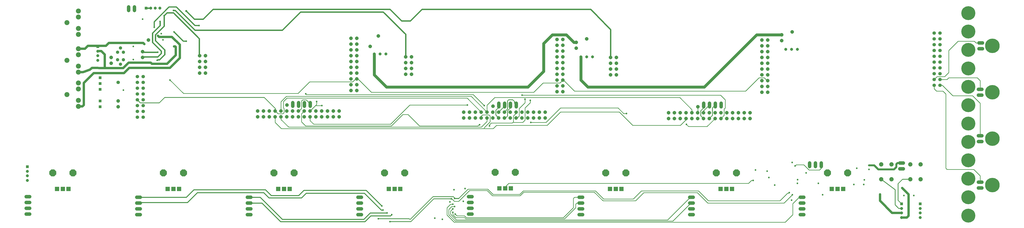
<source format=gbr>
G04 EAGLE Gerber RS-274X export*
G75*
%MOMM*%
%FSLAX34Y34*%
%LPD*%
%INBottom Copper*%
%IPPOS*%
%AMOC8*
5,1,8,0,0,1.08239X$1,22.5*%
G01*
%ADD10P,1.649562X8X112.500000*%
%ADD11P,1.649562X8X22.500000*%
%ADD12R,1.308000X1.308000*%
%ADD13P,1.429621X8X202.500000*%
%ADD14P,1.429621X8X22.500000*%
%ADD15C,1.524000*%
%ADD16C,1.308000*%
%ADD17P,1.649562X8X202.500000*%
%ADD18C,1.508000*%
%ADD19R,1.879600X1.879600*%
%ADD20P,3.247170X8X292.500000*%
%ADD21C,2.184400*%
%ADD22C,1.879600*%
%ADD23C,1.500000*%
%ADD24C,0.756400*%
%ADD25C,0.609600*%
%ADD26C,0.254000*%
%ADD27C,0.304800*%
%ADD28C,1.270000*%
%ADD29C,0.406400*%
%ADD30C,0.956400*%
%ADD31C,0.812800*%
%ADD32C,0.508000*%
%ADD33C,1.016000*%
%ADD34C,6.096000*%
%ADD35C,6.350000*%


D10*
X850900Y665480D03*
X825500Y665480D03*
X850900Y690880D03*
X825500Y690880D03*
X850900Y716280D03*
X825500Y716280D03*
X850900Y741680D03*
X825500Y741680D03*
X1750060Y660400D03*
X1724660Y660400D03*
X1750060Y685800D03*
X1724660Y685800D03*
X1750060Y711200D03*
X1724660Y711200D03*
X1750060Y736600D03*
X1724660Y736600D03*
X2644140Y657860D03*
X2618740Y657860D03*
X2644140Y683260D03*
X2618740Y683260D03*
X2644140Y708660D03*
X2618740Y708660D03*
X2644140Y734060D03*
X2618740Y734060D03*
X1511300Y589280D03*
X1485900Y589280D03*
X1511300Y614680D03*
X1485900Y614680D03*
X1511300Y640080D03*
X1485900Y640080D03*
X1511300Y665480D03*
X1485900Y665480D03*
X1511300Y690880D03*
X1485900Y690880D03*
X1511300Y716280D03*
X1485900Y716280D03*
X1511300Y741680D03*
X1485900Y741680D03*
X1511300Y767080D03*
X1485900Y767080D03*
X1511300Y792480D03*
X1485900Y792480D03*
X1511300Y817880D03*
X1485900Y817880D03*
X2410460Y584200D03*
X2385060Y584200D03*
X2410460Y609600D03*
X2385060Y609600D03*
X2410460Y635000D03*
X2385060Y635000D03*
X2410460Y660400D03*
X2385060Y660400D03*
X2410460Y685800D03*
X2385060Y685800D03*
X2410460Y711200D03*
X2385060Y711200D03*
X2410460Y736600D03*
X2385060Y736600D03*
X2410460Y762000D03*
X2385060Y762000D03*
X2410460Y787400D03*
X2385060Y787400D03*
X2410460Y812800D03*
X2385060Y812800D03*
X3304540Y581660D03*
X3279140Y581660D03*
X3304540Y607060D03*
X3279140Y607060D03*
X3304540Y632460D03*
X3279140Y632460D03*
X3304540Y657860D03*
X3279140Y657860D03*
X3304540Y683260D03*
X3279140Y683260D03*
X3304540Y708660D03*
X3279140Y708660D03*
X3304540Y734060D03*
X3279140Y734060D03*
X3304540Y759460D03*
X3279140Y759460D03*
X3304540Y784860D03*
X3279140Y784860D03*
X3304540Y810260D03*
X3279140Y810260D03*
D11*
X1079246Y474472D03*
X1079246Y499872D03*
X1104646Y474472D03*
X1104646Y499872D03*
X1130046Y474472D03*
X1130046Y499872D03*
X1155446Y474472D03*
X1155446Y499872D03*
X1180846Y474472D03*
X1180846Y499872D03*
X1206246Y474472D03*
X1206246Y499872D03*
X1231646Y474472D03*
X1231646Y499872D03*
X1257046Y474472D03*
X1257046Y499872D03*
X1282446Y474472D03*
X1282446Y499872D03*
X1307846Y474472D03*
X1307846Y499872D03*
X1333246Y474472D03*
X1333246Y499872D03*
X1358646Y474472D03*
X1358646Y499872D03*
X1384046Y474472D03*
X1384046Y499872D03*
X1409446Y474472D03*
X1409446Y499872D03*
X1434846Y474472D03*
X1434846Y499872D03*
X1978152Y469646D03*
X1978152Y495046D03*
X2003552Y469646D03*
X2003552Y495046D03*
X2028952Y469646D03*
X2028952Y495046D03*
X2054352Y469646D03*
X2054352Y495046D03*
X2079752Y469646D03*
X2079752Y495046D03*
X2105152Y469646D03*
X2105152Y495046D03*
X2130552Y469646D03*
X2130552Y495046D03*
X2155952Y469646D03*
X2155952Y495046D03*
X2181352Y469646D03*
X2181352Y495046D03*
X2206752Y469646D03*
X2206752Y495046D03*
X2232152Y469646D03*
X2232152Y495046D03*
X2257552Y469646D03*
X2257552Y495046D03*
X2282952Y469646D03*
X2282952Y495046D03*
X2308352Y469646D03*
X2308352Y495046D03*
X2333752Y469646D03*
X2333752Y495046D03*
X2871978Y467106D03*
X2871978Y492506D03*
X2897378Y467106D03*
X2897378Y492506D03*
X2922778Y467106D03*
X2922778Y492506D03*
X2948178Y467106D03*
X2948178Y492506D03*
X2973578Y467106D03*
X2973578Y492506D03*
X2998978Y467106D03*
X2998978Y492506D03*
X3024378Y467106D03*
X3024378Y492506D03*
X3049778Y467106D03*
X3049778Y492506D03*
X3075178Y467106D03*
X3075178Y492506D03*
X3100578Y467106D03*
X3100578Y492506D03*
X3125978Y467106D03*
X3125978Y492506D03*
X3151378Y467106D03*
X3151378Y492506D03*
X3176778Y467106D03*
X3176778Y492506D03*
X3202178Y467106D03*
X3202178Y492506D03*
X3227578Y467106D03*
X3227578Y492506D03*
D12*
X391160Y518160D03*
X391160Y543560D03*
X391160Y594360D03*
X391160Y619760D03*
X391160Y645160D03*
D13*
X492760Y723900D03*
X480060Y704850D03*
X467360Y723900D03*
D14*
X467360Y756920D03*
X480060Y775970D03*
X492760Y756920D03*
D15*
X515620Y939800D02*
X515620Y955040D01*
X541020Y955040D02*
X541020Y939800D01*
D16*
X1638300Y749300D03*
X1612900Y749300D03*
X1587500Y749300D03*
D11*
X1569720Y782320D03*
D17*
X1605280Y828040D03*
X469900Y518160D03*
X469900Y543560D03*
D12*
X592300Y949960D03*
D16*
X612300Y949960D03*
X632300Y949960D03*
X652300Y949960D03*
D18*
X579120Y472440D03*
X553720Y472440D03*
X579120Y497840D03*
X553720Y497840D03*
X579120Y523240D03*
X553720Y523240D03*
X579120Y548640D03*
X553720Y548640D03*
X579120Y574040D03*
X553720Y574040D03*
X579120Y599440D03*
X553720Y599440D03*
X579120Y624840D03*
X553720Y624840D03*
X579120Y650240D03*
X553720Y650240D03*
D15*
X1308100Y535940D02*
X1308100Y520700D01*
X1282700Y520700D02*
X1282700Y535940D01*
X1257300Y535940D02*
X1257300Y520700D01*
X1231900Y520700D02*
X1231900Y535940D01*
X2207260Y533400D02*
X2207260Y518160D01*
X2181860Y518160D02*
X2181860Y533400D01*
X2156460Y533400D02*
X2156460Y518160D01*
X2131060Y518160D02*
X2131060Y533400D01*
X3101340Y533400D02*
X3101340Y518160D01*
X3075940Y518160D02*
X3075940Y533400D01*
X3050540Y533400D02*
X3050540Y518160D01*
X3025140Y518160D02*
X3025140Y533400D01*
D11*
X1206500Y525780D03*
X2105660Y520700D03*
X2999740Y518160D03*
X576580Y734060D03*
D17*
X576580Y759460D03*
X439420Y708660D03*
X439420Y734060D03*
D15*
X83820Y48260D02*
X68580Y48260D01*
X68580Y73660D02*
X83820Y73660D01*
X83820Y99060D02*
X68580Y99060D01*
X68580Y124460D02*
X83820Y124460D01*
X551180Y45720D02*
X566420Y45720D01*
X566420Y71120D02*
X551180Y71120D01*
X551180Y96520D02*
X566420Y96520D01*
X566420Y121920D02*
X551180Y121920D01*
X1033780Y45720D02*
X1049020Y45720D01*
X1049020Y71120D02*
X1033780Y71120D01*
X1033780Y96520D02*
X1049020Y96520D01*
X1049020Y121920D02*
X1033780Y121920D01*
X1516380Y45720D02*
X1531620Y45720D01*
X1531620Y71120D02*
X1516380Y71120D01*
X1516380Y96520D02*
X1531620Y96520D01*
X1531620Y121920D02*
X1516380Y121920D01*
X1998980Y48260D02*
X2014220Y48260D01*
X2014220Y73660D02*
X1998980Y73660D01*
X1998980Y99060D02*
X2014220Y99060D01*
X2014220Y124460D02*
X1998980Y124460D01*
X2481580Y45720D02*
X2496820Y45720D01*
X2496820Y71120D02*
X2481580Y71120D01*
X2481580Y96520D02*
X2496820Y96520D01*
X2496820Y121920D02*
X2481580Y121920D01*
X2964180Y45720D02*
X2979420Y45720D01*
X2979420Y71120D02*
X2964180Y71120D01*
X2964180Y96520D02*
X2979420Y96520D01*
X2979420Y121920D02*
X2964180Y121920D01*
X3446780Y45720D02*
X3462020Y45720D01*
X3462020Y71120D02*
X3446780Y71120D01*
X3446780Y96520D02*
X3462020Y96520D01*
X3462020Y121920D02*
X3446780Y121920D01*
D19*
X203600Y158600D03*
X228600Y158600D03*
X253600Y158600D03*
D20*
X184600Y228600D03*
X272600Y228600D03*
D19*
X686200Y158600D03*
X711200Y158600D03*
X736200Y158600D03*
D20*
X667200Y228600D03*
X755200Y228600D03*
D19*
X1168800Y158600D03*
X1193800Y158600D03*
X1218800Y158600D03*
D20*
X1149800Y228600D03*
X1237800Y228600D03*
D19*
X1651400Y158600D03*
X1676400Y158600D03*
X1701400Y158600D03*
D20*
X1632400Y228600D03*
X1720400Y228600D03*
D19*
X2134000Y161140D03*
X2159000Y161140D03*
X2184000Y161140D03*
D20*
X2115000Y231140D03*
X2203000Y231140D03*
D19*
X2616600Y158600D03*
X2641600Y158600D03*
X2666600Y158600D03*
D20*
X2597600Y228600D03*
X2685600Y228600D03*
D19*
X3099200Y158600D03*
X3124200Y158600D03*
X3149200Y158600D03*
D20*
X3080200Y228600D03*
X3168200Y228600D03*
D19*
X3584340Y158600D03*
X3609340Y158600D03*
X3634340Y158600D03*
D20*
X3565340Y228600D03*
X3653340Y228600D03*
D12*
X3970020Y93500D03*
D16*
X3970020Y73500D03*
X3970020Y53500D03*
X3970020Y33500D03*
D12*
X381000Y781840D03*
D16*
X381000Y761840D03*
X381000Y741840D03*
X381000Y721840D03*
D18*
X4030980Y840740D03*
X4056380Y840740D03*
X4030980Y815340D03*
X4056380Y815340D03*
X4030980Y789940D03*
X4056380Y789940D03*
X4030980Y764540D03*
X4056380Y764540D03*
X4030980Y739140D03*
X4056380Y739140D03*
X4030980Y713740D03*
X4056380Y713740D03*
X4030980Y688340D03*
X4056380Y688340D03*
X4030980Y662940D03*
X4056380Y662940D03*
X4030980Y637540D03*
X4056380Y637540D03*
X4030980Y612140D03*
X4056380Y612140D03*
D15*
X4226560Y797560D02*
X4241800Y797560D01*
X4241800Y772160D02*
X4226560Y772160D01*
X4224020Y594360D02*
X4239260Y594360D01*
X4239260Y568960D02*
X4224020Y568960D01*
X4224020Y187960D02*
X4239260Y187960D01*
X4239260Y162560D02*
X4224020Y162560D01*
X4224020Y391160D02*
X4239260Y391160D01*
X4239260Y365760D02*
X4224020Y365760D01*
D21*
X246380Y721360D03*
X296380Y746360D03*
X296380Y772360D03*
X296380Y696360D03*
X296380Y670360D03*
X246380Y571500D03*
X296380Y596500D03*
X296380Y622500D03*
X296380Y546500D03*
X296380Y520500D03*
X246380Y886460D03*
X296380Y911460D03*
X296380Y937460D03*
X296380Y861460D03*
X296380Y835460D03*
D16*
X2540000Y736600D03*
X2514600Y736600D03*
X2489200Y736600D03*
D11*
X2468880Y774700D03*
X2514600Y815340D03*
D16*
X3434080Y769620D03*
X3408680Y769620D03*
X3383280Y769620D03*
D11*
X3365500Y807720D03*
X3411220Y845820D03*
X3365500Y833120D03*
X2468880Y800100D03*
D22*
X3927094Y201168D03*
X3927094Y266192D03*
X3972306Y201168D03*
X3972306Y266192D03*
X3800094Y201168D03*
X3800094Y266192D03*
X3845306Y201168D03*
X3845306Y266192D03*
D12*
X73660Y256060D03*
D16*
X73660Y236060D03*
X73660Y216060D03*
X73660Y196060D03*
D12*
X3888740Y93500D03*
D16*
X3888740Y73500D03*
X3888740Y53500D03*
X3888740Y33500D03*
D15*
X3881120Y246380D02*
X3896360Y246380D01*
X3896360Y271780D02*
X3881120Y271780D01*
X3487420Y271780D02*
X3487420Y256540D01*
X3512820Y256540D02*
X3512820Y271780D01*
X3538220Y271780D02*
X3538220Y256540D01*
D11*
X601980Y810260D03*
D23*
X469900Y624840D03*
D24*
X576580Y901700D03*
X665480Y811812D03*
X657860Y838200D03*
X535940Y782320D03*
X535940Y724888D03*
D25*
X576580Y734060D02*
X579120Y736600D01*
X642620Y736600D02*
X657860Y751840D01*
X657860Y762000D01*
X652780Y873760D02*
X652780Y891540D01*
D24*
X652780Y891540D03*
D25*
X642620Y736600D02*
X579120Y736600D01*
X619760Y800100D02*
X657860Y762000D01*
X619760Y800100D02*
X619760Y840740D01*
X652780Y873760D01*
D24*
X642620Y756920D03*
D25*
X579120Y756920D01*
X576580Y759460D01*
D26*
X1270254Y487680D02*
X1282446Y499872D01*
X1270254Y487680D02*
X1270000Y487680D01*
X1270000Y452120D02*
X1287780Y434340D01*
X1712588Y484251D02*
X1735208Y484251D01*
X1662677Y434340D02*
X1287780Y434340D01*
X1662677Y434340D02*
X1712588Y484251D01*
X1735208Y484251D02*
X1785119Y434340D01*
X2039620Y434340D02*
X2044700Y439420D01*
X2047240Y439420D01*
D24*
X2047240Y439420D03*
D26*
X1270000Y452120D02*
X1270000Y487680D01*
X1785119Y434340D02*
X2039620Y434340D01*
D24*
X2067560Y523240D03*
D26*
X2019300Y571500D01*
X1290320Y571500D02*
X1287780Y574040D01*
X1289050Y575310D01*
D24*
X1289050Y575310D03*
D26*
X1290320Y571500D02*
X2019300Y571500D01*
X3039872Y431800D02*
X3075178Y467106D01*
X2950436Y441134D02*
X2950436Y440464D01*
X2959100Y431800D01*
D24*
X2950436Y441134D03*
X2688590Y488950D03*
D26*
X2675890Y488950D01*
X2651760Y513080D01*
X2400300Y513080D01*
X2336800Y449580D01*
X2270760Y449580D01*
D24*
X2270760Y449580D03*
D26*
X2959100Y431800D02*
X3039872Y431800D01*
X1307846Y457454D02*
X1307846Y474472D01*
X1307846Y457454D02*
X1323340Y441960D01*
X1658620Y441960D01*
X1742440Y525780D01*
X1993900Y525780D01*
D24*
X1993900Y525780D03*
X2245360Y551180D03*
D26*
X2245360Y535940D01*
X2219960Y510540D01*
X2219960Y477520D01*
X2212086Y469646D01*
X2206752Y469646D01*
X3100578Y467106D02*
X3113532Y480060D01*
X3114040Y480060D01*
X3114040Y508000D02*
X3119120Y513080D01*
X3119120Y548640D01*
D24*
X2232660Y568960D03*
D26*
X3114040Y508000D02*
X3114040Y480060D01*
X3119120Y548640D02*
X3098800Y568960D01*
X2232660Y568960D01*
D24*
X1336040Y541020D03*
D26*
X1336040Y528320D01*
X1307846Y500126D02*
X1307846Y499872D01*
X1330960Y523240D02*
X1336040Y528320D01*
X1330960Y523240D02*
X1307846Y500126D01*
X2206752Y495046D02*
X2206752Y489712D01*
X2194560Y477520D01*
X2194560Y452120D01*
X2189480Y447040D01*
X2098040Y447040D01*
D24*
X2090420Y434340D03*
X1358900Y523240D03*
D26*
X1330960Y523240D01*
X2090420Y439420D02*
X2098040Y447040D01*
X2090420Y439420D02*
X2090420Y434340D01*
D24*
X2268220Y546100D03*
D26*
X2268220Y535940D01*
X2245360Y513080D01*
X2245360Y459740D01*
X2235200Y449580D01*
X2197100Y449580D02*
X2194560Y452120D01*
X2197100Y449580D02*
X2235200Y449580D01*
X3302000Y632460D02*
X3304540Y632460D01*
X3302000Y632460D02*
X3289300Y645160D01*
X3266440Y645160D02*
X3208020Y586740D01*
X2461260Y586740D01*
X2413000Y635000D01*
X2410460Y635000D01*
X3266440Y645160D02*
X3289300Y645160D01*
X2410460Y635000D02*
X2397760Y622300D01*
X2324100Y622300D02*
X2283460Y581660D01*
X1574800Y581660D01*
X1516380Y640080D02*
X1511300Y640080D01*
X2324100Y622300D02*
X2397760Y622300D01*
X1574800Y581660D02*
X1516380Y640080D01*
X1511300Y640080D02*
X1506220Y640080D01*
X1493520Y627380D01*
X1305560Y627380D02*
X1254760Y576580D01*
X755142Y576580D01*
D24*
X696214Y635508D03*
D26*
X1305560Y627380D02*
X1493520Y627380D01*
X755142Y576580D02*
X696214Y635508D01*
X2010918Y563880D02*
X2079752Y495046D01*
X1180846Y499872D02*
X1180846Y540766D01*
X1203960Y563880D02*
X2010918Y563880D01*
X1203960Y563880D02*
X1180846Y540766D01*
X2973578Y506222D02*
X2973578Y492506D01*
X2921000Y558800D02*
X2113280Y558800D01*
X2079752Y525272D01*
X2079752Y495046D01*
X2921000Y558800D02*
X2973578Y506222D01*
D27*
X566754Y535606D02*
X553720Y548640D01*
X566754Y535606D02*
X649906Y535606D01*
X673100Y558800D01*
X1107440Y558800D01*
X1155700Y510540D01*
X1155700Y500126D01*
X1155446Y499872D01*
D26*
X1993138Y556260D02*
X2054352Y495046D01*
X1206500Y556260D02*
X1191260Y541020D01*
X1191260Y513080D01*
X1193800Y510540D01*
X1193800Y492760D01*
X1188720Y487680D01*
X1168146Y487680D01*
X1155700Y500126D01*
X1206500Y556260D02*
X1993138Y556260D01*
X2079752Y469646D02*
X2079752Y454152D01*
X2054860Y429260D01*
X1214120Y429260D01*
X1180846Y462534D02*
X1180846Y474472D01*
X1180846Y462534D02*
X1214120Y429260D01*
X1155446Y449834D02*
X1155446Y474472D01*
X1155446Y449834D02*
X1182245Y423035D01*
X2065020Y423035D01*
X2107055Y423035D01*
X2092960Y452120D02*
X2092960Y477520D01*
X2087880Y482600D01*
X2059940Y482600D01*
X2054352Y477012D01*
X2054352Y469646D01*
X2107055Y423035D02*
X2120900Y436880D01*
X2092960Y452120D02*
X2068830Y427990D01*
X2948178Y461518D02*
X2948178Y467106D01*
X2948178Y461518D02*
X2923540Y436880D01*
X2715260Y436880D01*
X2656840Y495300D01*
X2400300Y495300D01*
X2341880Y436880D01*
X2120900Y436880D01*
X2068830Y427990D02*
X2068830Y426845D01*
X2065020Y423035D01*
D28*
X2458720Y800100D02*
X2468880Y800100D01*
X2458720Y800100D02*
X2425700Y833120D01*
X2364740Y833120D01*
X2326640Y795020D01*
X2326640Y673100D01*
X2258060Y604520D01*
X1640840Y604520D02*
X1587500Y657860D01*
X1587500Y749300D01*
X1640840Y604520D02*
X2258060Y604520D01*
D24*
X492760Y591058D03*
D29*
X824230Y742950D02*
X825500Y741680D01*
D24*
X670560Y916940D03*
D25*
X683260Y929640D01*
X711200Y929640D01*
X824230Y816610D02*
X824230Y742950D01*
X824230Y816610D02*
X711200Y929640D01*
D24*
X640080Y721360D03*
D25*
X642620Y723900D01*
X632460Y807720D02*
X632460Y833120D01*
X632460Y807720D02*
X673100Y767080D01*
X673100Y746760D01*
X650240Y723900D01*
X642620Y723900D01*
X670560Y871220D02*
X670560Y916940D01*
X670560Y871220D02*
X632460Y833120D01*
X1724660Y835660D02*
X1724660Y736600D01*
X1626743Y933577D02*
X1266317Y933577D01*
X1186180Y853440D01*
X805180Y853440D01*
X1626743Y933577D02*
X1724660Y835660D01*
X718820Y939800D02*
X711200Y939800D01*
D24*
X711200Y939800D03*
D25*
X718820Y939800D02*
X805180Y853440D01*
X1656080Y944880D02*
X1706880Y894080D01*
X1656080Y944880D02*
X883920Y944880D01*
X840740Y901700D01*
X802640Y901700D01*
X767080Y937260D01*
X2618740Y855980D02*
X2618740Y734060D01*
X2618740Y855980D02*
X2532380Y944880D01*
X1795780Y944880D01*
X1744980Y894080D01*
X1706880Y894080D01*
D30*
X767080Y937260D03*
D25*
X612300Y949960D02*
X592300Y949960D01*
D26*
X1308100Y530860D02*
X1308100Y528320D01*
X1308100Y530860D02*
X1290320Y548640D01*
X1275080Y548640D01*
X1270000Y543560D01*
X1270000Y510540D01*
X1259840Y500380D01*
X1257300Y500380D01*
X1257046Y499872D01*
D27*
X2131060Y515620D02*
X2131060Y525780D01*
X2131060Y515620D02*
X2118360Y502920D01*
X2118360Y481838D01*
X2130552Y469646D01*
X2156460Y520954D02*
X2156460Y525780D01*
X2156460Y520954D02*
X2130552Y495046D01*
X2181860Y513080D02*
X2181860Y525780D01*
X2181860Y513080D02*
X2169160Y500380D01*
X2169160Y477520D01*
X2161286Y469646D01*
X2155952Y469646D01*
X2207260Y525780D02*
X2199640Y533400D01*
X2199640Y541020D01*
X2192020Y548640D01*
X2174240Y548640D01*
X2169160Y543560D01*
X2169160Y508254D02*
X2155952Y495046D01*
X2169160Y508254D02*
X2169160Y543560D01*
X3025140Y525780D02*
X3025140Y513080D01*
X3012440Y500380D01*
X3012440Y479044D01*
X3024378Y467106D01*
X3024378Y492506D02*
X3024378Y499618D01*
X3050540Y525780D01*
X3063240Y480568D02*
X3049778Y467106D01*
X3063240Y513080D02*
X3075940Y525780D01*
X3063240Y513080D02*
X3063240Y480568D01*
D26*
X2999740Y493268D02*
X2999740Y518160D01*
X2999740Y493268D02*
X2998978Y492506D01*
D24*
X3241040Y195580D03*
D26*
X3233420Y195580D01*
X3220720Y182880D01*
X2161540Y170180D02*
X2159000Y161140D01*
X2174240Y182880D02*
X3220720Y182880D01*
X2174240Y182880D02*
X2161540Y170180D01*
D24*
X3435350Y199390D03*
X3746500Y243840D03*
X3680460Y177800D03*
X3302000Y236220D03*
X3335020Y175260D03*
X3309620Y208280D03*
X3251200Y241300D03*
X3472180Y228600D03*
X3411220Y274320D03*
X3525520Y182880D03*
X3434080Y182880D03*
D31*
X3870960Y271780D02*
X3888740Y271780D01*
X3870960Y271780D02*
X3865880Y266700D01*
X3865880Y254000D01*
X3855720Y243840D01*
X3787140Y243840D01*
X3769360Y261620D01*
X3746500Y261620D01*
D24*
X3746500Y261620D03*
X3693160Y248920D03*
X1917700Y101600D03*
X1884680Y25400D03*
X1983740Y160020D03*
X3898900Y129540D03*
X3723640Y177800D03*
X3942080Y129540D03*
X1976120Y104140D03*
X1935480Y154940D03*
X1851660Y30480D03*
X3726180Y198120D03*
X3544570Y133350D03*
X3408680Y109220D03*
X1938020Y116840D03*
D29*
X1955800Y116840D01*
D26*
X1996440Y157480D02*
X2082800Y157480D01*
X2105660Y134620D01*
X2222500Y134620D01*
X2237740Y149860D01*
X2552700Y149860D01*
X2588260Y114300D01*
X2717800Y114300D01*
X2753360Y149860D01*
X3002280Y149860D01*
X3045460Y106680D01*
X1996440Y157480D02*
X1955800Y116840D01*
D27*
X1938020Y116840D02*
X1938020Y119380D01*
X1932940Y124460D01*
X1844040Y124460D01*
X1744980Y25400D01*
X1742440Y25400D01*
X1739900Y27940D01*
X1605280Y27940D01*
D24*
X1605280Y27940D03*
D26*
X3357880Y106680D02*
X3390900Y139700D01*
X3395980Y139700D01*
X3398520Y142240D01*
D24*
X3398520Y142240D03*
D26*
X3357880Y106680D02*
X3045460Y106680D01*
D24*
X1924050Y115570D03*
D26*
X1926373Y115570D01*
X1937521Y104422D01*
X1956082Y104422D01*
X2003552Y151892D01*
X2103345Y129032D02*
X2224815Y129032D01*
X2240055Y144272D01*
X2548128Y144272D02*
X2585720Y106680D01*
X2727960Y106680D01*
X2763520Y142240D01*
X2997200Y142240D01*
X3042920Y96520D01*
X2080485Y151892D02*
X2003552Y151892D01*
X2080485Y151892D02*
X2103345Y129032D01*
X2240055Y144272D02*
X2548128Y144272D01*
D27*
X1924050Y115570D02*
X1847850Y115570D01*
X1747520Y15240D01*
X1656080Y15240D01*
D24*
X1656080Y15240D03*
D26*
X3375660Y96520D02*
X3412490Y133350D01*
D24*
X3412490Y133350D03*
D26*
X3375660Y96520D02*
X3042920Y96520D01*
D24*
X627380Y866140D03*
D32*
X627380Y890632D01*
X723900Y955040D02*
X805180Y873760D01*
X822960Y873760D01*
D24*
X822960Y873760D03*
D32*
X691788Y955040D02*
X627380Y890632D01*
X691788Y955040D02*
X723900Y955040D01*
D33*
X355458Y688398D02*
X347780Y680720D01*
X316700Y670360D01*
X296380Y670360D01*
X355458Y688398D02*
X411480Y688140D01*
X492560Y688140D01*
X515620Y711200D01*
X612140Y711200D01*
X617220Y706120D01*
X683260Y706120D01*
X721360Y744220D02*
X721360Y779780D01*
X718820Y782320D01*
X713740Y782320D01*
D24*
X713740Y782320D03*
D33*
X721360Y744220D02*
X683260Y706120D01*
X381160Y762000D02*
X381000Y761840D01*
X381160Y762000D02*
X396240Y762000D01*
X411480Y746760D01*
X411480Y688140D01*
X325120Y772360D02*
X337820Y785060D01*
X325120Y772360D02*
X296380Y772360D01*
X337820Y785060D02*
X384220Y785060D01*
X416760Y785060D01*
X429260Y797560D01*
X579120Y797560D01*
D24*
X584200Y792480D03*
D33*
X579120Y797560D01*
X384220Y785060D02*
X381000Y781840D01*
X314760Y520500D02*
X296380Y520500D01*
X320040Y525780D02*
X320040Y622300D01*
X363220Y665480D01*
X495300Y665480D02*
X518160Y688340D01*
X695960Y688340D01*
X739140Y731520D02*
X739140Y789940D01*
X648970Y824456D02*
X643890Y829536D01*
X648970Y824456D02*
X704624Y824456D01*
X739140Y789940D01*
D24*
X643890Y829536D03*
D33*
X320040Y525780D02*
X314760Y520500D01*
X363220Y665480D02*
X495300Y665480D01*
X695960Y688340D02*
X739140Y731520D01*
D34*
X4179888Y928196D03*
X4179888Y847640D03*
X4179888Y767084D03*
X4179888Y686529D03*
X4179888Y605973D03*
X4179888Y525418D03*
X4179888Y444862D03*
X4179888Y364307D03*
X4179888Y283751D03*
X4179888Y203196D03*
X4179888Y122640D03*
X4179888Y42084D03*
D26*
X4030980Y596900D02*
X4030980Y612140D01*
X4041140Y586740D02*
X4069080Y586740D01*
X4081780Y574040D01*
X4081780Y248920D02*
X4086860Y243840D01*
X4203700Y243840D01*
X4231640Y215900D02*
X4231640Y187960D01*
X4041140Y586740D02*
X4030980Y596900D01*
X4081780Y574040D02*
X4081780Y248920D01*
X4203700Y243840D02*
X4231640Y215900D01*
X4066540Y612140D02*
X4056380Y612140D01*
X4112260Y566420D02*
X4198620Y566420D01*
X4231640Y533400D01*
X4112260Y566420D02*
X4066540Y612140D01*
X4231640Y533400D02*
X4231640Y391160D01*
X4231640Y594360D02*
X4231640Y632460D01*
X4086860Y637540D02*
X4056380Y637540D01*
X4218940Y645160D02*
X4231640Y632460D01*
X4218940Y645160D02*
X4094480Y645160D01*
X4086860Y637540D01*
X4213860Y797560D02*
X4234180Y797560D01*
X4213860Y797560D02*
X4206240Y805180D01*
X4135120Y805180D01*
X4094480Y764540D02*
X4094480Y668020D01*
X4076700Y650240D01*
X4043680Y650240D02*
X4030980Y637540D01*
X4094480Y764540D02*
X4135120Y805180D01*
X4076700Y650240D02*
X4043680Y650240D01*
D35*
X4284980Y784860D03*
X4284980Y581660D03*
X4284980Y378460D03*
X4284980Y175260D03*
D24*
X767080Y805180D03*
D32*
X754380Y805180D01*
X713740Y845820D01*
D24*
X713740Y845820D03*
D29*
X561340Y99060D02*
X558800Y96520D01*
X772160Y99060D02*
X815340Y142240D01*
X1104900Y142240D01*
X1127760Y119380D01*
X1270000Y119380D01*
X1290320Y139700D01*
X1544320Y139700D01*
D24*
X1625600Y66040D03*
D29*
X772160Y99060D02*
X561340Y99060D01*
X1544320Y139700D02*
X1617980Y66040D01*
X1625600Y66040D01*
X1097280Y96520D02*
X1041400Y96520D01*
X1097280Y96520D02*
X1178560Y15240D01*
X1546860Y15240D01*
X1572260Y40640D01*
X1658620Y40640D01*
X1663700Y45720D01*
D24*
X1663700Y45720D03*
X1620520Y83820D03*
D29*
X1551940Y152400D01*
X1280160Y152400D02*
X1257300Y129540D01*
X1137920Y129540D01*
X1112520Y154940D01*
X800100Y154940D01*
X767080Y121920D02*
X558800Y121920D01*
X1280160Y152400D02*
X1551940Y152400D01*
X800100Y154940D02*
X767080Y121920D01*
D24*
X1643380Y53340D03*
D29*
X1569720Y53340D01*
X1541780Y25400D01*
X1186180Y25400D02*
X1089660Y121920D01*
X1041400Y121920D01*
X1186180Y25400D02*
X1541780Y25400D01*
D24*
X1930400Y91440D03*
D26*
X1920240Y91440D01*
X1905000Y76200D01*
X1936816Y12954D02*
X3380994Y12954D01*
X3413760Y45720D02*
X3413760Y93980D01*
X3441700Y121920D01*
X3454400Y121920D01*
X1905000Y76200D02*
X1905000Y44770D01*
X1936816Y12954D01*
X3380994Y12954D02*
X3413760Y45720D01*
D24*
X1930400Y71120D03*
D26*
X1920240Y60960D01*
X1920240Y48260D01*
X1945640Y22860D01*
X2867660Y22860D01*
X2966720Y121920D02*
X2971800Y121920D01*
X2966720Y121920D02*
X2867660Y22860D01*
D24*
X1940560Y48260D03*
D26*
X1948180Y40640D01*
X1981200Y40640D02*
X1988820Y33020D01*
X2413000Y33020D01*
X2456180Y76200D02*
X2456180Y116840D01*
X2461260Y121920D01*
X2489200Y121920D01*
X1981200Y40640D02*
X1948180Y40640D01*
X2413000Y33020D02*
X2456180Y76200D01*
X2890520Y17780D02*
X2969260Y96520D01*
X1912874Y68834D02*
X1912874Y46261D01*
X1941355Y17780D01*
X1912874Y68834D02*
X1925320Y81280D01*
X1938020Y81280D01*
D24*
X1938020Y81280D03*
D26*
X2969260Y96520D02*
X2971800Y96520D01*
X2890520Y17780D02*
X1941355Y17780D01*
D24*
X1930400Y55880D03*
D26*
X1930400Y45720D01*
X1981995Y33020D02*
X1986821Y28194D01*
X1988566Y28194D01*
X1988820Y27940D01*
X2418080Y27940D01*
X2471420Y96520D02*
X2489200Y96520D01*
X2471420Y96520D02*
X2466340Y91440D01*
X2466340Y76200D01*
X2418080Y27940D01*
X1943100Y33020D02*
X1930400Y45720D01*
X1943100Y33020D02*
X1981995Y33020D01*
D28*
X3256280Y833120D02*
X3365500Y833120D01*
X3256280Y833120D02*
X3027680Y604520D01*
X2489200Y635000D02*
X2489200Y736600D01*
X2519680Y604520D02*
X3027680Y604520D01*
X2519680Y604520D02*
X2489200Y635000D01*
D27*
X3893312Y200914D02*
X3927094Y201168D01*
X3893312Y200914D02*
X3873500Y181977D01*
X3873500Y108740D01*
X3888740Y93500D01*
X3860800Y155702D02*
X3800094Y201168D01*
X3860800Y155702D02*
X3860800Y88900D01*
X3876200Y73500D01*
X3888740Y73500D01*
D33*
X3888740Y53500D02*
X3847940Y53500D01*
D24*
X3794760Y134620D03*
D33*
X3794760Y106680D02*
X3847940Y53500D01*
X3794760Y106680D02*
X3794760Y134620D01*
D24*
X3891280Y162560D03*
D33*
X3919220Y134620D01*
X3919220Y40640D01*
X3911600Y33020D01*
X3889220Y33020D01*
X3888740Y33500D01*
D24*
X3423920Y259080D03*
D26*
X3429000Y264160D01*
X3462020Y264160D01*
X3484880Y241300D02*
X3530600Y241300D01*
X3538220Y248920D01*
X3538220Y264160D01*
X3484880Y241300D02*
X3462020Y264160D01*
M02*

</source>
